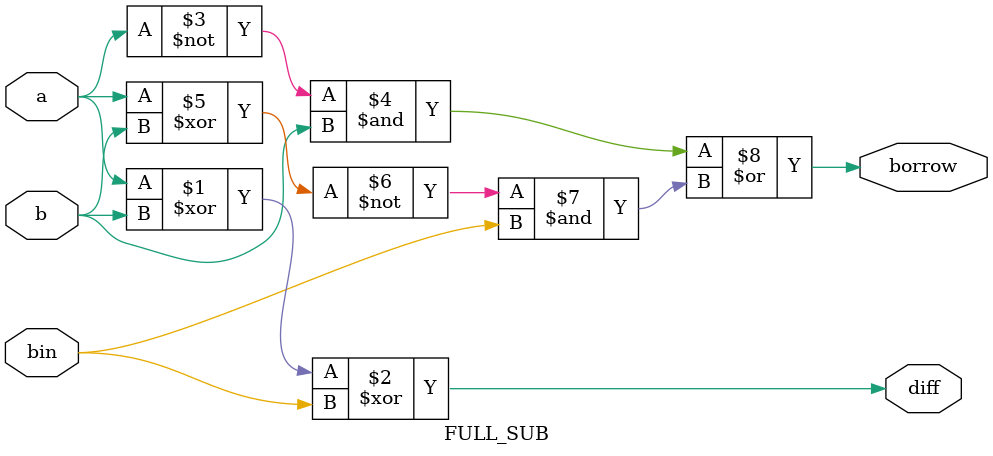
<source format=v>
module FULL_SUB(
    input  wire a, b, bin,       // Inputs
    output wire diff, borrow     // Outputs
);

    // Logic equations
    assign diff   = a ^ b ^ bin;                  // Difference
    assign borrow = (~a & b) | (~(a ^ b) & bin);  // Borrow logic

endmodule
</source>
